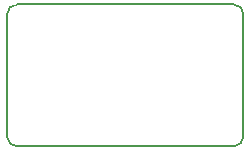
<source format=gm1>
G04 #@! TF.FileFunction,Profile,NP*
%FSLAX46Y46*%
G04 Gerber Fmt 4.6, Leading zero omitted, Abs format (unit mm)*
G04 Created by KiCad (PCBNEW 4.0.6) date 07/26/17 22:27:42*
%MOMM*%
%LPD*%
G01*
G04 APERTURE LIST*
%ADD10C,0.100000*%
%ADD11C,0.200000*%
G04 APERTURE END LIST*
D10*
D11*
X119200000Y-100000000D02*
G75*
G03X120000000Y-99200000I0J800000D01*
G01*
X120000000Y-88800000D02*
G75*
G03X119200000Y-88000000I-800000J0D01*
G01*
X100800000Y-88000000D02*
G75*
G03X100000000Y-88800000I0J-800000D01*
G01*
X100000000Y-99200000D02*
G75*
G03X100800000Y-100000000I800000J0D01*
G01*
X100000000Y-99200000D02*
X100000000Y-88800000D01*
X120000000Y-99200000D02*
X120000000Y-88800000D01*
X100800000Y-88000000D02*
X119200000Y-88000000D01*
X100800000Y-100000000D02*
X119200000Y-100000000D01*
M02*

</source>
